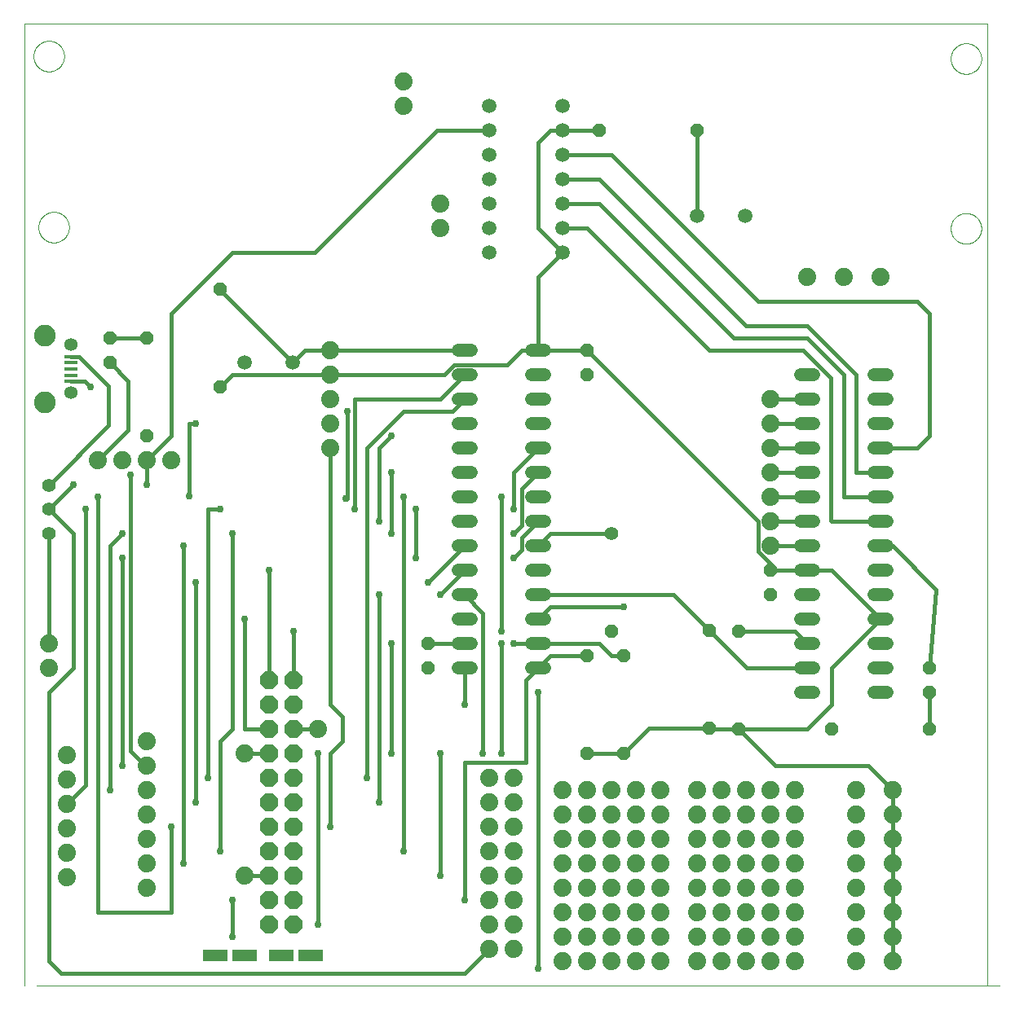
<source format=gtl>
G75*
%MOIN*%
%OFA0B0*%
%FSLAX25Y25*%
%IPPOS*%
%LPD*%
%AMOC8*
5,1,8,0,0,1.08239X$1,22.5*
%
%ADD10C,0.00000*%
%ADD11C,0.05200*%
%ADD12R,0.05315X0.01575*%
%ADD13C,0.05346*%
%ADD14C,0.08858*%
%ADD15C,0.07400*%
%ADD16C,0.05543*%
%ADD17OC8,0.05200*%
%ADD18C,0.05937*%
%ADD19C,0.05600*%
%ADD20OC8,0.05600*%
%ADD21OC8,0.07400*%
%ADD22R,0.10000X0.05000*%
%ADD23C,0.01600*%
%ADD24C,0.02978*%
D10*
X0092923Y0001800D02*
X0092923Y0395501D01*
X0486624Y0395501D01*
X0486624Y0001800D01*
X0491624Y0001800D02*
X0097923Y0001800D01*
X0098673Y0312300D02*
X0098675Y0312458D01*
X0098681Y0312615D01*
X0098691Y0312773D01*
X0098705Y0312930D01*
X0098723Y0313086D01*
X0098744Y0313243D01*
X0098770Y0313398D01*
X0098800Y0313553D01*
X0098833Y0313707D01*
X0098871Y0313860D01*
X0098912Y0314013D01*
X0098957Y0314164D01*
X0099006Y0314314D01*
X0099059Y0314462D01*
X0099115Y0314610D01*
X0099176Y0314755D01*
X0099239Y0314900D01*
X0099307Y0315042D01*
X0099378Y0315183D01*
X0099452Y0315322D01*
X0099530Y0315459D01*
X0099612Y0315594D01*
X0099696Y0315727D01*
X0099785Y0315858D01*
X0099876Y0315986D01*
X0099971Y0316113D01*
X0100068Y0316236D01*
X0100169Y0316358D01*
X0100273Y0316476D01*
X0100380Y0316592D01*
X0100490Y0316705D01*
X0100602Y0316816D01*
X0100718Y0316923D01*
X0100836Y0317028D01*
X0100956Y0317130D01*
X0101079Y0317228D01*
X0101205Y0317324D01*
X0101333Y0317416D01*
X0101463Y0317505D01*
X0101595Y0317591D01*
X0101730Y0317673D01*
X0101867Y0317752D01*
X0102005Y0317827D01*
X0102145Y0317899D01*
X0102288Y0317967D01*
X0102431Y0318032D01*
X0102577Y0318093D01*
X0102724Y0318150D01*
X0102872Y0318204D01*
X0103022Y0318254D01*
X0103172Y0318300D01*
X0103324Y0318342D01*
X0103477Y0318381D01*
X0103631Y0318415D01*
X0103786Y0318446D01*
X0103941Y0318472D01*
X0104097Y0318495D01*
X0104254Y0318514D01*
X0104411Y0318529D01*
X0104568Y0318540D01*
X0104726Y0318547D01*
X0104884Y0318550D01*
X0105041Y0318549D01*
X0105199Y0318544D01*
X0105356Y0318535D01*
X0105514Y0318522D01*
X0105670Y0318505D01*
X0105827Y0318484D01*
X0105982Y0318460D01*
X0106137Y0318431D01*
X0106292Y0318398D01*
X0106445Y0318362D01*
X0106598Y0318321D01*
X0106749Y0318277D01*
X0106899Y0318229D01*
X0107048Y0318178D01*
X0107196Y0318122D01*
X0107342Y0318063D01*
X0107487Y0318000D01*
X0107630Y0317933D01*
X0107771Y0317863D01*
X0107910Y0317790D01*
X0108048Y0317713D01*
X0108184Y0317632D01*
X0108317Y0317548D01*
X0108448Y0317461D01*
X0108577Y0317370D01*
X0108704Y0317276D01*
X0108829Y0317179D01*
X0108950Y0317079D01*
X0109070Y0316976D01*
X0109186Y0316870D01*
X0109300Y0316761D01*
X0109412Y0316649D01*
X0109520Y0316535D01*
X0109625Y0316417D01*
X0109728Y0316297D01*
X0109827Y0316175D01*
X0109923Y0316050D01*
X0110016Y0315922D01*
X0110106Y0315793D01*
X0110192Y0315661D01*
X0110276Y0315527D01*
X0110355Y0315391D01*
X0110432Y0315253D01*
X0110504Y0315113D01*
X0110573Y0314971D01*
X0110639Y0314828D01*
X0110701Y0314683D01*
X0110759Y0314536D01*
X0110814Y0314388D01*
X0110865Y0314239D01*
X0110912Y0314088D01*
X0110955Y0313937D01*
X0110994Y0313784D01*
X0111030Y0313630D01*
X0111061Y0313476D01*
X0111089Y0313321D01*
X0111113Y0313165D01*
X0111133Y0313008D01*
X0111149Y0312851D01*
X0111161Y0312694D01*
X0111169Y0312537D01*
X0111173Y0312379D01*
X0111173Y0312221D01*
X0111169Y0312063D01*
X0111161Y0311906D01*
X0111149Y0311749D01*
X0111133Y0311592D01*
X0111113Y0311435D01*
X0111089Y0311279D01*
X0111061Y0311124D01*
X0111030Y0310970D01*
X0110994Y0310816D01*
X0110955Y0310663D01*
X0110912Y0310512D01*
X0110865Y0310361D01*
X0110814Y0310212D01*
X0110759Y0310064D01*
X0110701Y0309917D01*
X0110639Y0309772D01*
X0110573Y0309629D01*
X0110504Y0309487D01*
X0110432Y0309347D01*
X0110355Y0309209D01*
X0110276Y0309073D01*
X0110192Y0308939D01*
X0110106Y0308807D01*
X0110016Y0308678D01*
X0109923Y0308550D01*
X0109827Y0308425D01*
X0109728Y0308303D01*
X0109625Y0308183D01*
X0109520Y0308065D01*
X0109412Y0307951D01*
X0109300Y0307839D01*
X0109186Y0307730D01*
X0109070Y0307624D01*
X0108950Y0307521D01*
X0108829Y0307421D01*
X0108704Y0307324D01*
X0108577Y0307230D01*
X0108448Y0307139D01*
X0108317Y0307052D01*
X0108184Y0306968D01*
X0108048Y0306887D01*
X0107910Y0306810D01*
X0107771Y0306737D01*
X0107630Y0306667D01*
X0107487Y0306600D01*
X0107342Y0306537D01*
X0107196Y0306478D01*
X0107048Y0306422D01*
X0106899Y0306371D01*
X0106749Y0306323D01*
X0106598Y0306279D01*
X0106445Y0306238D01*
X0106292Y0306202D01*
X0106137Y0306169D01*
X0105982Y0306140D01*
X0105827Y0306116D01*
X0105670Y0306095D01*
X0105514Y0306078D01*
X0105356Y0306065D01*
X0105199Y0306056D01*
X0105041Y0306051D01*
X0104884Y0306050D01*
X0104726Y0306053D01*
X0104568Y0306060D01*
X0104411Y0306071D01*
X0104254Y0306086D01*
X0104097Y0306105D01*
X0103941Y0306128D01*
X0103786Y0306154D01*
X0103631Y0306185D01*
X0103477Y0306219D01*
X0103324Y0306258D01*
X0103172Y0306300D01*
X0103022Y0306346D01*
X0102872Y0306396D01*
X0102724Y0306450D01*
X0102577Y0306507D01*
X0102431Y0306568D01*
X0102288Y0306633D01*
X0102145Y0306701D01*
X0102005Y0306773D01*
X0101867Y0306848D01*
X0101730Y0306927D01*
X0101595Y0307009D01*
X0101463Y0307095D01*
X0101333Y0307184D01*
X0101205Y0307276D01*
X0101079Y0307372D01*
X0100956Y0307470D01*
X0100836Y0307572D01*
X0100718Y0307677D01*
X0100602Y0307784D01*
X0100490Y0307895D01*
X0100380Y0308008D01*
X0100273Y0308124D01*
X0100169Y0308242D01*
X0100068Y0308364D01*
X0099971Y0308487D01*
X0099876Y0308614D01*
X0099785Y0308742D01*
X0099696Y0308873D01*
X0099612Y0309006D01*
X0099530Y0309141D01*
X0099452Y0309278D01*
X0099378Y0309417D01*
X0099307Y0309558D01*
X0099239Y0309700D01*
X0099176Y0309845D01*
X0099115Y0309990D01*
X0099059Y0310138D01*
X0099006Y0310286D01*
X0098957Y0310436D01*
X0098912Y0310587D01*
X0098871Y0310740D01*
X0098833Y0310893D01*
X0098800Y0311047D01*
X0098770Y0311202D01*
X0098744Y0311357D01*
X0098723Y0311514D01*
X0098705Y0311670D01*
X0098691Y0311827D01*
X0098681Y0311985D01*
X0098675Y0312142D01*
X0098673Y0312300D01*
X0096673Y0382300D02*
X0096675Y0382458D01*
X0096681Y0382615D01*
X0096691Y0382773D01*
X0096705Y0382930D01*
X0096723Y0383086D01*
X0096744Y0383243D01*
X0096770Y0383398D01*
X0096800Y0383553D01*
X0096833Y0383707D01*
X0096871Y0383860D01*
X0096912Y0384013D01*
X0096957Y0384164D01*
X0097006Y0384314D01*
X0097059Y0384462D01*
X0097115Y0384610D01*
X0097176Y0384755D01*
X0097239Y0384900D01*
X0097307Y0385042D01*
X0097378Y0385183D01*
X0097452Y0385322D01*
X0097530Y0385459D01*
X0097612Y0385594D01*
X0097696Y0385727D01*
X0097785Y0385858D01*
X0097876Y0385986D01*
X0097971Y0386113D01*
X0098068Y0386236D01*
X0098169Y0386358D01*
X0098273Y0386476D01*
X0098380Y0386592D01*
X0098490Y0386705D01*
X0098602Y0386816D01*
X0098718Y0386923D01*
X0098836Y0387028D01*
X0098956Y0387130D01*
X0099079Y0387228D01*
X0099205Y0387324D01*
X0099333Y0387416D01*
X0099463Y0387505D01*
X0099595Y0387591D01*
X0099730Y0387673D01*
X0099867Y0387752D01*
X0100005Y0387827D01*
X0100145Y0387899D01*
X0100288Y0387967D01*
X0100431Y0388032D01*
X0100577Y0388093D01*
X0100724Y0388150D01*
X0100872Y0388204D01*
X0101022Y0388254D01*
X0101172Y0388300D01*
X0101324Y0388342D01*
X0101477Y0388381D01*
X0101631Y0388415D01*
X0101786Y0388446D01*
X0101941Y0388472D01*
X0102097Y0388495D01*
X0102254Y0388514D01*
X0102411Y0388529D01*
X0102568Y0388540D01*
X0102726Y0388547D01*
X0102884Y0388550D01*
X0103041Y0388549D01*
X0103199Y0388544D01*
X0103356Y0388535D01*
X0103514Y0388522D01*
X0103670Y0388505D01*
X0103827Y0388484D01*
X0103982Y0388460D01*
X0104137Y0388431D01*
X0104292Y0388398D01*
X0104445Y0388362D01*
X0104598Y0388321D01*
X0104749Y0388277D01*
X0104899Y0388229D01*
X0105048Y0388178D01*
X0105196Y0388122D01*
X0105342Y0388063D01*
X0105487Y0388000D01*
X0105630Y0387933D01*
X0105771Y0387863D01*
X0105910Y0387790D01*
X0106048Y0387713D01*
X0106184Y0387632D01*
X0106317Y0387548D01*
X0106448Y0387461D01*
X0106577Y0387370D01*
X0106704Y0387276D01*
X0106829Y0387179D01*
X0106950Y0387079D01*
X0107070Y0386976D01*
X0107186Y0386870D01*
X0107300Y0386761D01*
X0107412Y0386649D01*
X0107520Y0386535D01*
X0107625Y0386417D01*
X0107728Y0386297D01*
X0107827Y0386175D01*
X0107923Y0386050D01*
X0108016Y0385922D01*
X0108106Y0385793D01*
X0108192Y0385661D01*
X0108276Y0385527D01*
X0108355Y0385391D01*
X0108432Y0385253D01*
X0108504Y0385113D01*
X0108573Y0384971D01*
X0108639Y0384828D01*
X0108701Y0384683D01*
X0108759Y0384536D01*
X0108814Y0384388D01*
X0108865Y0384239D01*
X0108912Y0384088D01*
X0108955Y0383937D01*
X0108994Y0383784D01*
X0109030Y0383630D01*
X0109061Y0383476D01*
X0109089Y0383321D01*
X0109113Y0383165D01*
X0109133Y0383008D01*
X0109149Y0382851D01*
X0109161Y0382694D01*
X0109169Y0382537D01*
X0109173Y0382379D01*
X0109173Y0382221D01*
X0109169Y0382063D01*
X0109161Y0381906D01*
X0109149Y0381749D01*
X0109133Y0381592D01*
X0109113Y0381435D01*
X0109089Y0381279D01*
X0109061Y0381124D01*
X0109030Y0380970D01*
X0108994Y0380816D01*
X0108955Y0380663D01*
X0108912Y0380512D01*
X0108865Y0380361D01*
X0108814Y0380212D01*
X0108759Y0380064D01*
X0108701Y0379917D01*
X0108639Y0379772D01*
X0108573Y0379629D01*
X0108504Y0379487D01*
X0108432Y0379347D01*
X0108355Y0379209D01*
X0108276Y0379073D01*
X0108192Y0378939D01*
X0108106Y0378807D01*
X0108016Y0378678D01*
X0107923Y0378550D01*
X0107827Y0378425D01*
X0107728Y0378303D01*
X0107625Y0378183D01*
X0107520Y0378065D01*
X0107412Y0377951D01*
X0107300Y0377839D01*
X0107186Y0377730D01*
X0107070Y0377624D01*
X0106950Y0377521D01*
X0106829Y0377421D01*
X0106704Y0377324D01*
X0106577Y0377230D01*
X0106448Y0377139D01*
X0106317Y0377052D01*
X0106184Y0376968D01*
X0106048Y0376887D01*
X0105910Y0376810D01*
X0105771Y0376737D01*
X0105630Y0376667D01*
X0105487Y0376600D01*
X0105342Y0376537D01*
X0105196Y0376478D01*
X0105048Y0376422D01*
X0104899Y0376371D01*
X0104749Y0376323D01*
X0104598Y0376279D01*
X0104445Y0376238D01*
X0104292Y0376202D01*
X0104137Y0376169D01*
X0103982Y0376140D01*
X0103827Y0376116D01*
X0103670Y0376095D01*
X0103514Y0376078D01*
X0103356Y0376065D01*
X0103199Y0376056D01*
X0103041Y0376051D01*
X0102884Y0376050D01*
X0102726Y0376053D01*
X0102568Y0376060D01*
X0102411Y0376071D01*
X0102254Y0376086D01*
X0102097Y0376105D01*
X0101941Y0376128D01*
X0101786Y0376154D01*
X0101631Y0376185D01*
X0101477Y0376219D01*
X0101324Y0376258D01*
X0101172Y0376300D01*
X0101022Y0376346D01*
X0100872Y0376396D01*
X0100724Y0376450D01*
X0100577Y0376507D01*
X0100431Y0376568D01*
X0100288Y0376633D01*
X0100145Y0376701D01*
X0100005Y0376773D01*
X0099867Y0376848D01*
X0099730Y0376927D01*
X0099595Y0377009D01*
X0099463Y0377095D01*
X0099333Y0377184D01*
X0099205Y0377276D01*
X0099079Y0377372D01*
X0098956Y0377470D01*
X0098836Y0377572D01*
X0098718Y0377677D01*
X0098602Y0377784D01*
X0098490Y0377895D01*
X0098380Y0378008D01*
X0098273Y0378124D01*
X0098169Y0378242D01*
X0098068Y0378364D01*
X0097971Y0378487D01*
X0097876Y0378614D01*
X0097785Y0378742D01*
X0097696Y0378873D01*
X0097612Y0379006D01*
X0097530Y0379141D01*
X0097452Y0379278D01*
X0097378Y0379417D01*
X0097307Y0379558D01*
X0097239Y0379700D01*
X0097176Y0379845D01*
X0097115Y0379990D01*
X0097059Y0380138D01*
X0097006Y0380286D01*
X0096957Y0380436D01*
X0096912Y0380587D01*
X0096871Y0380740D01*
X0096833Y0380893D01*
X0096800Y0381047D01*
X0096770Y0381202D01*
X0096744Y0381357D01*
X0096723Y0381514D01*
X0096705Y0381670D01*
X0096691Y0381827D01*
X0096681Y0381985D01*
X0096675Y0382142D01*
X0096673Y0382300D01*
X0471673Y0381300D02*
X0471675Y0381458D01*
X0471681Y0381615D01*
X0471691Y0381773D01*
X0471705Y0381930D01*
X0471723Y0382086D01*
X0471744Y0382243D01*
X0471770Y0382398D01*
X0471800Y0382553D01*
X0471833Y0382707D01*
X0471871Y0382860D01*
X0471912Y0383013D01*
X0471957Y0383164D01*
X0472006Y0383314D01*
X0472059Y0383462D01*
X0472115Y0383610D01*
X0472176Y0383755D01*
X0472239Y0383900D01*
X0472307Y0384042D01*
X0472378Y0384183D01*
X0472452Y0384322D01*
X0472530Y0384459D01*
X0472612Y0384594D01*
X0472696Y0384727D01*
X0472785Y0384858D01*
X0472876Y0384986D01*
X0472971Y0385113D01*
X0473068Y0385236D01*
X0473169Y0385358D01*
X0473273Y0385476D01*
X0473380Y0385592D01*
X0473490Y0385705D01*
X0473602Y0385816D01*
X0473718Y0385923D01*
X0473836Y0386028D01*
X0473956Y0386130D01*
X0474079Y0386228D01*
X0474205Y0386324D01*
X0474333Y0386416D01*
X0474463Y0386505D01*
X0474595Y0386591D01*
X0474730Y0386673D01*
X0474867Y0386752D01*
X0475005Y0386827D01*
X0475145Y0386899D01*
X0475288Y0386967D01*
X0475431Y0387032D01*
X0475577Y0387093D01*
X0475724Y0387150D01*
X0475872Y0387204D01*
X0476022Y0387254D01*
X0476172Y0387300D01*
X0476324Y0387342D01*
X0476477Y0387381D01*
X0476631Y0387415D01*
X0476786Y0387446D01*
X0476941Y0387472D01*
X0477097Y0387495D01*
X0477254Y0387514D01*
X0477411Y0387529D01*
X0477568Y0387540D01*
X0477726Y0387547D01*
X0477884Y0387550D01*
X0478041Y0387549D01*
X0478199Y0387544D01*
X0478356Y0387535D01*
X0478514Y0387522D01*
X0478670Y0387505D01*
X0478827Y0387484D01*
X0478982Y0387460D01*
X0479137Y0387431D01*
X0479292Y0387398D01*
X0479445Y0387362D01*
X0479598Y0387321D01*
X0479749Y0387277D01*
X0479899Y0387229D01*
X0480048Y0387178D01*
X0480196Y0387122D01*
X0480342Y0387063D01*
X0480487Y0387000D01*
X0480630Y0386933D01*
X0480771Y0386863D01*
X0480910Y0386790D01*
X0481048Y0386713D01*
X0481184Y0386632D01*
X0481317Y0386548D01*
X0481448Y0386461D01*
X0481577Y0386370D01*
X0481704Y0386276D01*
X0481829Y0386179D01*
X0481950Y0386079D01*
X0482070Y0385976D01*
X0482186Y0385870D01*
X0482300Y0385761D01*
X0482412Y0385649D01*
X0482520Y0385535D01*
X0482625Y0385417D01*
X0482728Y0385297D01*
X0482827Y0385175D01*
X0482923Y0385050D01*
X0483016Y0384922D01*
X0483106Y0384793D01*
X0483192Y0384661D01*
X0483276Y0384527D01*
X0483355Y0384391D01*
X0483432Y0384253D01*
X0483504Y0384113D01*
X0483573Y0383971D01*
X0483639Y0383828D01*
X0483701Y0383683D01*
X0483759Y0383536D01*
X0483814Y0383388D01*
X0483865Y0383239D01*
X0483912Y0383088D01*
X0483955Y0382937D01*
X0483994Y0382784D01*
X0484030Y0382630D01*
X0484061Y0382476D01*
X0484089Y0382321D01*
X0484113Y0382165D01*
X0484133Y0382008D01*
X0484149Y0381851D01*
X0484161Y0381694D01*
X0484169Y0381537D01*
X0484173Y0381379D01*
X0484173Y0381221D01*
X0484169Y0381063D01*
X0484161Y0380906D01*
X0484149Y0380749D01*
X0484133Y0380592D01*
X0484113Y0380435D01*
X0484089Y0380279D01*
X0484061Y0380124D01*
X0484030Y0379970D01*
X0483994Y0379816D01*
X0483955Y0379663D01*
X0483912Y0379512D01*
X0483865Y0379361D01*
X0483814Y0379212D01*
X0483759Y0379064D01*
X0483701Y0378917D01*
X0483639Y0378772D01*
X0483573Y0378629D01*
X0483504Y0378487D01*
X0483432Y0378347D01*
X0483355Y0378209D01*
X0483276Y0378073D01*
X0483192Y0377939D01*
X0483106Y0377807D01*
X0483016Y0377678D01*
X0482923Y0377550D01*
X0482827Y0377425D01*
X0482728Y0377303D01*
X0482625Y0377183D01*
X0482520Y0377065D01*
X0482412Y0376951D01*
X0482300Y0376839D01*
X0482186Y0376730D01*
X0482070Y0376624D01*
X0481950Y0376521D01*
X0481829Y0376421D01*
X0481704Y0376324D01*
X0481577Y0376230D01*
X0481448Y0376139D01*
X0481317Y0376052D01*
X0481184Y0375968D01*
X0481048Y0375887D01*
X0480910Y0375810D01*
X0480771Y0375737D01*
X0480630Y0375667D01*
X0480487Y0375600D01*
X0480342Y0375537D01*
X0480196Y0375478D01*
X0480048Y0375422D01*
X0479899Y0375371D01*
X0479749Y0375323D01*
X0479598Y0375279D01*
X0479445Y0375238D01*
X0479292Y0375202D01*
X0479137Y0375169D01*
X0478982Y0375140D01*
X0478827Y0375116D01*
X0478670Y0375095D01*
X0478514Y0375078D01*
X0478356Y0375065D01*
X0478199Y0375056D01*
X0478041Y0375051D01*
X0477884Y0375050D01*
X0477726Y0375053D01*
X0477568Y0375060D01*
X0477411Y0375071D01*
X0477254Y0375086D01*
X0477097Y0375105D01*
X0476941Y0375128D01*
X0476786Y0375154D01*
X0476631Y0375185D01*
X0476477Y0375219D01*
X0476324Y0375258D01*
X0476172Y0375300D01*
X0476022Y0375346D01*
X0475872Y0375396D01*
X0475724Y0375450D01*
X0475577Y0375507D01*
X0475431Y0375568D01*
X0475288Y0375633D01*
X0475145Y0375701D01*
X0475005Y0375773D01*
X0474867Y0375848D01*
X0474730Y0375927D01*
X0474595Y0376009D01*
X0474463Y0376095D01*
X0474333Y0376184D01*
X0474205Y0376276D01*
X0474079Y0376372D01*
X0473956Y0376470D01*
X0473836Y0376572D01*
X0473718Y0376677D01*
X0473602Y0376784D01*
X0473490Y0376895D01*
X0473380Y0377008D01*
X0473273Y0377124D01*
X0473169Y0377242D01*
X0473068Y0377364D01*
X0472971Y0377487D01*
X0472876Y0377614D01*
X0472785Y0377742D01*
X0472696Y0377873D01*
X0472612Y0378006D01*
X0472530Y0378141D01*
X0472452Y0378278D01*
X0472378Y0378417D01*
X0472307Y0378558D01*
X0472239Y0378700D01*
X0472176Y0378845D01*
X0472115Y0378990D01*
X0472059Y0379138D01*
X0472006Y0379286D01*
X0471957Y0379436D01*
X0471912Y0379587D01*
X0471871Y0379740D01*
X0471833Y0379893D01*
X0471800Y0380047D01*
X0471770Y0380202D01*
X0471744Y0380357D01*
X0471723Y0380514D01*
X0471705Y0380670D01*
X0471691Y0380827D01*
X0471681Y0380985D01*
X0471675Y0381142D01*
X0471673Y0381300D01*
X0471673Y0311800D02*
X0471675Y0311958D01*
X0471681Y0312115D01*
X0471691Y0312273D01*
X0471705Y0312430D01*
X0471723Y0312586D01*
X0471744Y0312743D01*
X0471770Y0312898D01*
X0471800Y0313053D01*
X0471833Y0313207D01*
X0471871Y0313360D01*
X0471912Y0313513D01*
X0471957Y0313664D01*
X0472006Y0313814D01*
X0472059Y0313962D01*
X0472115Y0314110D01*
X0472176Y0314255D01*
X0472239Y0314400D01*
X0472307Y0314542D01*
X0472378Y0314683D01*
X0472452Y0314822D01*
X0472530Y0314959D01*
X0472612Y0315094D01*
X0472696Y0315227D01*
X0472785Y0315358D01*
X0472876Y0315486D01*
X0472971Y0315613D01*
X0473068Y0315736D01*
X0473169Y0315858D01*
X0473273Y0315976D01*
X0473380Y0316092D01*
X0473490Y0316205D01*
X0473602Y0316316D01*
X0473718Y0316423D01*
X0473836Y0316528D01*
X0473956Y0316630D01*
X0474079Y0316728D01*
X0474205Y0316824D01*
X0474333Y0316916D01*
X0474463Y0317005D01*
X0474595Y0317091D01*
X0474730Y0317173D01*
X0474867Y0317252D01*
X0475005Y0317327D01*
X0475145Y0317399D01*
X0475288Y0317467D01*
X0475431Y0317532D01*
X0475577Y0317593D01*
X0475724Y0317650D01*
X0475872Y0317704D01*
X0476022Y0317754D01*
X0476172Y0317800D01*
X0476324Y0317842D01*
X0476477Y0317881D01*
X0476631Y0317915D01*
X0476786Y0317946D01*
X0476941Y0317972D01*
X0477097Y0317995D01*
X0477254Y0318014D01*
X0477411Y0318029D01*
X0477568Y0318040D01*
X0477726Y0318047D01*
X0477884Y0318050D01*
X0478041Y0318049D01*
X0478199Y0318044D01*
X0478356Y0318035D01*
X0478514Y0318022D01*
X0478670Y0318005D01*
X0478827Y0317984D01*
X0478982Y0317960D01*
X0479137Y0317931D01*
X0479292Y0317898D01*
X0479445Y0317862D01*
X0479598Y0317821D01*
X0479749Y0317777D01*
X0479899Y0317729D01*
X0480048Y0317678D01*
X0480196Y0317622D01*
X0480342Y0317563D01*
X0480487Y0317500D01*
X0480630Y0317433D01*
X0480771Y0317363D01*
X0480910Y0317290D01*
X0481048Y0317213D01*
X0481184Y0317132D01*
X0481317Y0317048D01*
X0481448Y0316961D01*
X0481577Y0316870D01*
X0481704Y0316776D01*
X0481829Y0316679D01*
X0481950Y0316579D01*
X0482070Y0316476D01*
X0482186Y0316370D01*
X0482300Y0316261D01*
X0482412Y0316149D01*
X0482520Y0316035D01*
X0482625Y0315917D01*
X0482728Y0315797D01*
X0482827Y0315675D01*
X0482923Y0315550D01*
X0483016Y0315422D01*
X0483106Y0315293D01*
X0483192Y0315161D01*
X0483276Y0315027D01*
X0483355Y0314891D01*
X0483432Y0314753D01*
X0483504Y0314613D01*
X0483573Y0314471D01*
X0483639Y0314328D01*
X0483701Y0314183D01*
X0483759Y0314036D01*
X0483814Y0313888D01*
X0483865Y0313739D01*
X0483912Y0313588D01*
X0483955Y0313437D01*
X0483994Y0313284D01*
X0484030Y0313130D01*
X0484061Y0312976D01*
X0484089Y0312821D01*
X0484113Y0312665D01*
X0484133Y0312508D01*
X0484149Y0312351D01*
X0484161Y0312194D01*
X0484169Y0312037D01*
X0484173Y0311879D01*
X0484173Y0311721D01*
X0484169Y0311563D01*
X0484161Y0311406D01*
X0484149Y0311249D01*
X0484133Y0311092D01*
X0484113Y0310935D01*
X0484089Y0310779D01*
X0484061Y0310624D01*
X0484030Y0310470D01*
X0483994Y0310316D01*
X0483955Y0310163D01*
X0483912Y0310012D01*
X0483865Y0309861D01*
X0483814Y0309712D01*
X0483759Y0309564D01*
X0483701Y0309417D01*
X0483639Y0309272D01*
X0483573Y0309129D01*
X0483504Y0308987D01*
X0483432Y0308847D01*
X0483355Y0308709D01*
X0483276Y0308573D01*
X0483192Y0308439D01*
X0483106Y0308307D01*
X0483016Y0308178D01*
X0482923Y0308050D01*
X0482827Y0307925D01*
X0482728Y0307803D01*
X0482625Y0307683D01*
X0482520Y0307565D01*
X0482412Y0307451D01*
X0482300Y0307339D01*
X0482186Y0307230D01*
X0482070Y0307124D01*
X0481950Y0307021D01*
X0481829Y0306921D01*
X0481704Y0306824D01*
X0481577Y0306730D01*
X0481448Y0306639D01*
X0481317Y0306552D01*
X0481184Y0306468D01*
X0481048Y0306387D01*
X0480910Y0306310D01*
X0480771Y0306237D01*
X0480630Y0306167D01*
X0480487Y0306100D01*
X0480342Y0306037D01*
X0480196Y0305978D01*
X0480048Y0305922D01*
X0479899Y0305871D01*
X0479749Y0305823D01*
X0479598Y0305779D01*
X0479445Y0305738D01*
X0479292Y0305702D01*
X0479137Y0305669D01*
X0478982Y0305640D01*
X0478827Y0305616D01*
X0478670Y0305595D01*
X0478514Y0305578D01*
X0478356Y0305565D01*
X0478199Y0305556D01*
X0478041Y0305551D01*
X0477884Y0305550D01*
X0477726Y0305553D01*
X0477568Y0305560D01*
X0477411Y0305571D01*
X0477254Y0305586D01*
X0477097Y0305605D01*
X0476941Y0305628D01*
X0476786Y0305654D01*
X0476631Y0305685D01*
X0476477Y0305719D01*
X0476324Y0305758D01*
X0476172Y0305800D01*
X0476022Y0305846D01*
X0475872Y0305896D01*
X0475724Y0305950D01*
X0475577Y0306007D01*
X0475431Y0306068D01*
X0475288Y0306133D01*
X0475145Y0306201D01*
X0475005Y0306273D01*
X0474867Y0306348D01*
X0474730Y0306427D01*
X0474595Y0306509D01*
X0474463Y0306595D01*
X0474333Y0306684D01*
X0474205Y0306776D01*
X0474079Y0306872D01*
X0473956Y0306970D01*
X0473836Y0307072D01*
X0473718Y0307177D01*
X0473602Y0307284D01*
X0473490Y0307395D01*
X0473380Y0307508D01*
X0473273Y0307624D01*
X0473169Y0307742D01*
X0473068Y0307864D01*
X0472971Y0307987D01*
X0472876Y0308114D01*
X0472785Y0308242D01*
X0472696Y0308373D01*
X0472612Y0308506D01*
X0472530Y0308641D01*
X0472452Y0308778D01*
X0472378Y0308917D01*
X0472307Y0309058D01*
X0472239Y0309200D01*
X0472176Y0309345D01*
X0472115Y0309490D01*
X0472059Y0309638D01*
X0472006Y0309786D01*
X0471957Y0309936D01*
X0471912Y0310087D01*
X0471871Y0310240D01*
X0471833Y0310393D01*
X0471800Y0310547D01*
X0471770Y0310702D01*
X0471744Y0310857D01*
X0471723Y0311014D01*
X0471705Y0311170D01*
X0471691Y0311327D01*
X0471681Y0311485D01*
X0471675Y0311642D01*
X0471673Y0311800D01*
D11*
X0445523Y0251800D02*
X0440323Y0251800D01*
X0440323Y0241800D02*
X0445523Y0241800D01*
X0445523Y0231800D02*
X0440323Y0231800D01*
X0440323Y0221800D02*
X0445523Y0221800D01*
X0445523Y0211800D02*
X0440323Y0211800D01*
X0440323Y0201800D02*
X0445523Y0201800D01*
X0445523Y0191800D02*
X0440323Y0191800D01*
X0440323Y0181800D02*
X0445523Y0181800D01*
X0445523Y0171800D02*
X0440323Y0171800D01*
X0440323Y0161800D02*
X0445523Y0161800D01*
X0445523Y0151800D02*
X0440323Y0151800D01*
X0440323Y0141800D02*
X0445523Y0141800D01*
X0445523Y0131800D02*
X0440323Y0131800D01*
X0440323Y0121800D02*
X0445523Y0121800D01*
X0415523Y0121800D02*
X0410323Y0121800D01*
X0410323Y0131800D02*
X0415523Y0131800D01*
X0415523Y0141800D02*
X0410323Y0141800D01*
X0410323Y0151800D02*
X0415523Y0151800D01*
X0415523Y0161800D02*
X0410323Y0161800D01*
X0410323Y0171800D02*
X0415523Y0171800D01*
X0415523Y0181800D02*
X0410323Y0181800D01*
X0410323Y0191800D02*
X0415523Y0191800D01*
X0415523Y0201800D02*
X0410323Y0201800D01*
X0410323Y0211800D02*
X0415523Y0211800D01*
X0415523Y0221800D02*
X0410323Y0221800D01*
X0410323Y0231800D02*
X0415523Y0231800D01*
X0415523Y0241800D02*
X0410323Y0241800D01*
X0410323Y0251800D02*
X0415523Y0251800D01*
X0305523Y0251800D02*
X0300323Y0251800D01*
X0300323Y0241800D02*
X0305523Y0241800D01*
X0305523Y0231800D02*
X0300323Y0231800D01*
X0300323Y0221800D02*
X0305523Y0221800D01*
X0305523Y0211800D02*
X0300323Y0211800D01*
X0300323Y0201800D02*
X0305523Y0201800D01*
X0305523Y0191800D02*
X0300323Y0191800D01*
X0300323Y0181800D02*
X0305523Y0181800D01*
X0305523Y0171800D02*
X0300323Y0171800D01*
X0300323Y0161800D02*
X0305523Y0161800D01*
X0305523Y0151800D02*
X0300323Y0151800D01*
X0300323Y0141800D02*
X0305523Y0141800D01*
X0305523Y0131800D02*
X0300323Y0131800D01*
X0275523Y0131800D02*
X0270323Y0131800D01*
X0270323Y0141800D02*
X0275523Y0141800D01*
X0275523Y0151800D02*
X0270323Y0151800D01*
X0270323Y0161800D02*
X0275523Y0161800D01*
X0275523Y0171800D02*
X0270323Y0171800D01*
X0270323Y0181800D02*
X0275523Y0181800D01*
X0275523Y0191800D02*
X0270323Y0191800D01*
X0270323Y0201800D02*
X0275523Y0201800D01*
X0275523Y0211800D02*
X0270323Y0211800D01*
X0270323Y0221800D02*
X0275523Y0221800D01*
X0275523Y0231800D02*
X0270323Y0231800D01*
X0270323Y0241800D02*
X0275523Y0241800D01*
X0275523Y0251800D02*
X0270323Y0251800D01*
X0270323Y0261800D02*
X0275523Y0261800D01*
X0300323Y0261800D02*
X0305523Y0261800D01*
D12*
X0112053Y0259418D03*
X0112053Y0256859D03*
X0112053Y0254300D03*
X0112053Y0251741D03*
X0112053Y0249182D03*
D13*
X0112053Y0244457D03*
X0112053Y0264143D03*
D14*
X0101423Y0268080D03*
X0101423Y0240520D03*
D15*
X0122923Y0216800D03*
X0132923Y0216800D03*
X0142923Y0216800D03*
X0152923Y0216800D03*
X0217923Y0221800D03*
X0217923Y0231800D03*
X0217923Y0241800D03*
X0217923Y0251800D03*
X0217923Y0261800D03*
X0262923Y0311800D03*
X0262923Y0321800D03*
X0247923Y0361800D03*
X0247923Y0371800D03*
X0412923Y0291800D03*
X0427923Y0291800D03*
X0442923Y0291800D03*
X0397923Y0241800D03*
X0397923Y0231800D03*
X0397923Y0221800D03*
X0397923Y0211800D03*
X0397923Y0201800D03*
X0397923Y0191800D03*
X0397923Y0181800D03*
X0292923Y0086800D03*
X0282923Y0086800D03*
X0282923Y0076800D03*
X0292923Y0076800D03*
X0292923Y0066800D03*
X0282923Y0066800D03*
X0282923Y0056800D03*
X0292923Y0056800D03*
X0292923Y0046800D03*
X0282923Y0046800D03*
X0282923Y0036800D03*
X0292923Y0036800D03*
X0292923Y0026800D03*
X0282923Y0026800D03*
X0282923Y0016800D03*
X0292923Y0016800D03*
X0312923Y0011800D03*
X0322923Y0011800D03*
X0332923Y0011800D03*
X0342923Y0011800D03*
X0352923Y0011800D03*
X0352923Y0021800D03*
X0342923Y0021800D03*
X0332923Y0021800D03*
X0322923Y0021800D03*
X0312923Y0021800D03*
X0312923Y0031800D03*
X0312923Y0041800D03*
X0322923Y0041800D03*
X0322923Y0031800D03*
X0332923Y0031800D03*
X0332923Y0041800D03*
X0342923Y0041800D03*
X0342923Y0031800D03*
X0352923Y0031800D03*
X0352923Y0041800D03*
X0352923Y0051800D03*
X0342923Y0051800D03*
X0332923Y0051800D03*
X0322923Y0051800D03*
X0312923Y0051800D03*
X0312923Y0061800D03*
X0322923Y0061800D03*
X0332923Y0061800D03*
X0342923Y0061800D03*
X0352923Y0061800D03*
X0352923Y0071800D03*
X0342923Y0071800D03*
X0332923Y0071800D03*
X0322923Y0071800D03*
X0312923Y0071800D03*
X0312923Y0081800D03*
X0322923Y0081800D03*
X0332923Y0081800D03*
X0342923Y0081800D03*
X0352923Y0081800D03*
X0367923Y0081800D03*
X0367923Y0071800D03*
X0377923Y0071800D03*
X0377923Y0081800D03*
X0387923Y0081800D03*
X0387923Y0071800D03*
X0397923Y0071800D03*
X0397923Y0081800D03*
X0407923Y0081800D03*
X0407923Y0071800D03*
X0407923Y0061800D03*
X0397923Y0061800D03*
X0387923Y0061800D03*
X0377923Y0061800D03*
X0367923Y0061800D03*
X0367923Y0051800D03*
X0377923Y0051800D03*
X0387923Y0051800D03*
X0397923Y0051800D03*
X0407923Y0051800D03*
X0407923Y0041800D03*
X0397923Y0041800D03*
X0387923Y0041800D03*
X0377923Y0041800D03*
X0367923Y0041800D03*
X0367923Y0031800D03*
X0377923Y0031800D03*
X0387923Y0031800D03*
X0397923Y0031800D03*
X0407923Y0031800D03*
X0407923Y0021800D03*
X0397923Y0021800D03*
X0387923Y0021800D03*
X0377923Y0021800D03*
X0367923Y0021800D03*
X0367923Y0011800D03*
X0377923Y0011800D03*
X0387923Y0011800D03*
X0397923Y0011800D03*
X0407923Y0011800D03*
X0432923Y0011800D03*
X0432923Y0021800D03*
X0432923Y0031800D03*
X0432923Y0041800D03*
X0432923Y0051800D03*
X0432923Y0061800D03*
X0432923Y0071800D03*
X0432923Y0081800D03*
X0447923Y0081800D03*
X0447923Y0071800D03*
X0447923Y0061800D03*
X0447923Y0051800D03*
X0447923Y0041800D03*
X0447923Y0031800D03*
X0447923Y0021800D03*
X0447923Y0011800D03*
X0212923Y0106800D03*
X0182923Y0096800D03*
X0142923Y0091800D03*
X0142923Y0101800D03*
X0142923Y0081800D03*
X0142923Y0071800D03*
X0142923Y0061800D03*
X0142923Y0051800D03*
X0142923Y0041800D03*
X0110423Y0046300D03*
X0110423Y0056300D03*
X0110423Y0066300D03*
X0110423Y0076300D03*
X0110423Y0086300D03*
X0110423Y0096300D03*
X0102923Y0131800D03*
X0102923Y0141800D03*
X0182923Y0046800D03*
D16*
X0102923Y0186957D03*
X0102923Y0196800D03*
X0102923Y0206643D03*
D17*
X0142923Y0226800D03*
X0172923Y0246800D03*
X0142923Y0266800D03*
X0127923Y0266800D03*
X0127923Y0256800D03*
X0172923Y0286800D03*
X0322923Y0261800D03*
X0322923Y0251800D03*
X0397923Y0171800D03*
X0397923Y0161800D03*
X0384923Y0146800D03*
X0372923Y0147300D03*
X0337923Y0136800D03*
X0322923Y0136800D03*
X0322923Y0096800D03*
X0337923Y0096800D03*
X0372923Y0107300D03*
X0384923Y0106800D03*
X0422923Y0106800D03*
X0462923Y0106800D03*
X0462923Y0121800D03*
X0462923Y0131800D03*
X0257923Y0131800D03*
X0257923Y0141800D03*
X0327923Y0351800D03*
X0367923Y0351800D03*
D18*
X0368081Y0316800D03*
X0387766Y0316800D03*
X0312923Y0311800D03*
X0312923Y0301800D03*
X0312923Y0321800D03*
X0312923Y0331800D03*
X0312923Y0341800D03*
X0312923Y0351800D03*
X0312923Y0361800D03*
X0282923Y0361800D03*
X0282923Y0351800D03*
X0282923Y0341800D03*
X0282923Y0331800D03*
X0282923Y0321800D03*
X0282923Y0311800D03*
X0282923Y0301800D03*
X0202766Y0256800D03*
X0183081Y0256800D03*
D19*
X0332923Y0186800D03*
D20*
X0332923Y0146800D03*
D21*
X0202923Y0126800D03*
X0192923Y0126800D03*
X0192923Y0116800D03*
X0202923Y0116800D03*
X0202923Y0106800D03*
X0192923Y0106800D03*
X0192923Y0096800D03*
X0202923Y0096800D03*
X0202923Y0086800D03*
X0192923Y0086800D03*
X0192923Y0076800D03*
X0202923Y0076800D03*
X0202923Y0066800D03*
X0192923Y0066800D03*
X0192923Y0056800D03*
X0202923Y0056800D03*
X0202923Y0046800D03*
X0192923Y0046800D03*
X0192923Y0036800D03*
X0202923Y0036800D03*
X0202923Y0026800D03*
X0192923Y0026800D03*
D22*
X0197923Y0014300D03*
X0209923Y0014300D03*
X0182923Y0014300D03*
X0170923Y0014300D03*
D23*
X0177923Y0021800D02*
X0177923Y0036800D01*
X0182923Y0046800D02*
X0192923Y0046800D01*
X0172923Y0056800D02*
X0172923Y0101800D01*
X0177923Y0106800D01*
X0177923Y0186800D01*
X0172923Y0196800D02*
X0167923Y0196800D01*
X0167923Y0086800D01*
X0162923Y0076800D02*
X0162923Y0166800D01*
X0157923Y0181800D02*
X0157923Y0051800D01*
X0152923Y0066800D02*
X0152923Y0031800D01*
X0122923Y0031800D01*
X0122923Y0201800D01*
X0117923Y0196800D02*
X0117923Y0083800D01*
X0110423Y0076300D01*
X0127923Y0081800D02*
X0127923Y0181800D01*
X0132923Y0186800D01*
X0132923Y0176800D02*
X0132923Y0091800D01*
X0136423Y0097800D02*
X0136423Y0210800D01*
X0142923Y0206800D02*
X0142923Y0216800D01*
X0152923Y0226800D01*
X0152923Y0276800D01*
X0177923Y0301800D01*
X0211745Y0301800D01*
X0261745Y0351800D01*
X0282923Y0351800D01*
X0302923Y0346800D02*
X0307923Y0351800D01*
X0312923Y0351800D01*
X0327923Y0351800D01*
X0332923Y0341800D02*
X0312923Y0341800D01*
X0302923Y0346800D02*
X0302923Y0311800D01*
X0312923Y0301800D01*
X0302923Y0291800D01*
X0302923Y0261800D01*
X0322923Y0261800D01*
X0392823Y0191900D01*
X0392823Y0179687D01*
X0397923Y0174587D01*
X0397923Y0171800D01*
X0412923Y0171800D01*
X0422923Y0171800D01*
X0442923Y0151800D01*
X0422923Y0131800D01*
X0422923Y0116800D01*
X0412923Y0106800D01*
X0384923Y0106800D01*
X0373423Y0106800D01*
X0372923Y0107300D01*
X0348423Y0107300D01*
X0337923Y0096800D01*
X0322923Y0096800D01*
X0297923Y0093300D02*
X0272923Y0093300D01*
X0272923Y0036800D01*
X0262923Y0046800D02*
X0262923Y0096800D01*
X0280423Y0096800D02*
X0280423Y0154300D01*
X0272923Y0161800D01*
X0272923Y0171800D02*
X0262923Y0161800D01*
X0257923Y0166800D02*
X0272923Y0181800D01*
X0252923Y0176800D02*
X0252923Y0196800D01*
X0247923Y0201800D02*
X0247923Y0056800D01*
X0237923Y0076800D02*
X0237923Y0161800D01*
X0242923Y0141800D02*
X0242923Y0096800D01*
X0232923Y0086800D02*
X0232923Y0221800D01*
X0247923Y0236800D01*
X0267923Y0236800D01*
X0272923Y0241800D01*
X0262923Y0241800D02*
X0227923Y0241800D01*
X0227923Y0196800D01*
X0225034Y0201300D02*
X0224423Y0201300D01*
X0225034Y0201300D02*
X0225034Y0236800D01*
X0217923Y0221800D02*
X0217923Y0116800D01*
X0222923Y0111800D01*
X0222923Y0101800D01*
X0217923Y0096800D01*
X0217923Y0066800D01*
X0212923Y0096800D02*
X0212923Y0026800D01*
X0272923Y0006800D02*
X0282923Y0016800D01*
X0272923Y0006800D02*
X0107923Y0006800D01*
X0102923Y0011800D01*
X0102923Y0121800D01*
X0112923Y0131800D01*
X0112923Y0186800D01*
X0102923Y0196800D01*
X0112923Y0206800D01*
X0102923Y0206643D02*
X0127423Y0231143D01*
X0127423Y0247300D01*
X0115305Y0259418D01*
X0112053Y0259418D01*
X0112053Y0249182D02*
X0117541Y0249182D01*
X0119923Y0246800D01*
X0127923Y0256800D02*
X0135423Y0249300D01*
X0135423Y0229300D01*
X0122923Y0216800D01*
X0102923Y0186957D02*
X0102923Y0141800D01*
X0136423Y0097800D02*
X0142423Y0091800D01*
X0142923Y0091800D01*
X0182923Y0096800D02*
X0192923Y0096800D01*
X0192923Y0106800D02*
X0182923Y0106800D01*
X0182923Y0151800D01*
X0202923Y0146800D02*
X0202923Y0126800D01*
X0192923Y0126800D02*
X0192923Y0171800D01*
X0160423Y0202300D02*
X0160423Y0231800D01*
X0162923Y0231800D01*
X0172923Y0246800D02*
X0177923Y0251800D01*
X0217923Y0251800D01*
X0264666Y0251800D01*
X0268666Y0255800D01*
X0290180Y0255800D01*
X0296180Y0261800D01*
X0302923Y0261800D01*
X0272923Y0261800D02*
X0217923Y0261800D01*
X0207766Y0261800D01*
X0202766Y0256800D01*
X0172923Y0286643D01*
X0172923Y0286800D01*
X0142923Y0266800D02*
X0127923Y0266800D01*
X0237923Y0221800D02*
X0237923Y0191800D01*
X0242923Y0186800D02*
X0242923Y0211800D01*
X0237923Y0221800D02*
X0242923Y0226800D01*
X0262923Y0241800D02*
X0272923Y0251800D01*
X0302923Y0221800D02*
X0292923Y0211800D01*
X0292923Y0196800D01*
X0287923Y0201800D02*
X0287923Y0146800D01*
X0287923Y0141800D02*
X0287923Y0096800D01*
X0297923Y0093300D02*
X0297923Y0126800D01*
X0302923Y0131800D01*
X0307923Y0136800D01*
X0322923Y0136800D01*
X0327923Y0141800D02*
X0302923Y0141800D01*
X0292923Y0141800D01*
X0302923Y0151800D02*
X0307923Y0156800D01*
X0337923Y0156800D01*
X0327923Y0141800D02*
X0332923Y0136800D01*
X0337923Y0136800D01*
X0358423Y0161800D02*
X0302923Y0161800D01*
X0292923Y0176800D02*
X0296323Y0180200D01*
X0296323Y0185200D01*
X0302923Y0191800D01*
X0296323Y0190200D02*
X0292923Y0186800D01*
X0296323Y0190200D02*
X0296323Y0205200D01*
X0302923Y0211800D01*
X0307923Y0186800D02*
X0332923Y0186800D01*
X0307923Y0186800D02*
X0302923Y0181800D01*
X0272923Y0141800D02*
X0257923Y0141800D01*
X0272923Y0131800D02*
X0272923Y0116800D01*
X0302923Y0121800D02*
X0302923Y0008889D01*
X0399923Y0091800D02*
X0384923Y0106800D01*
X0399923Y0091800D02*
X0437923Y0091800D01*
X0447923Y0081800D01*
X0447923Y0071800D01*
X0447923Y0061800D01*
X0447923Y0051800D01*
X0447923Y0041800D01*
X0447923Y0031800D01*
X0447923Y0021800D01*
X0447923Y0011800D01*
X0462923Y0106800D02*
X0462923Y0121800D01*
X0462923Y0131800D02*
X0465616Y0164108D01*
X0447923Y0181800D01*
X0442923Y0181800D01*
X0442923Y0191800D02*
X0422923Y0191800D01*
X0422523Y0192200D01*
X0422523Y0250457D01*
X0411180Y0261800D01*
X0372923Y0261800D01*
X0322923Y0311800D01*
X0312923Y0311800D01*
X0312923Y0321800D02*
X0327923Y0321800D01*
X0382923Y0266800D01*
X0412923Y0266800D01*
X0427923Y0251800D01*
X0427923Y0201800D01*
X0442923Y0201800D01*
X0442923Y0211800D02*
X0432923Y0211800D01*
X0432923Y0251800D01*
X0412923Y0271800D01*
X0387923Y0271800D01*
X0327923Y0331800D01*
X0312923Y0331800D01*
X0332923Y0341800D02*
X0392923Y0281800D01*
X0457923Y0281800D01*
X0462923Y0276800D01*
X0462923Y0226800D01*
X0457923Y0221800D01*
X0442923Y0221800D01*
X0412923Y0221800D02*
X0397923Y0221800D01*
X0397923Y0211800D02*
X0412923Y0211800D01*
X0412923Y0201800D02*
X0397923Y0201800D01*
X0397923Y0191800D02*
X0412923Y0191800D01*
X0412923Y0181800D02*
X0397923Y0181800D01*
X0407923Y0146800D02*
X0384923Y0146800D01*
X0372923Y0147300D02*
X0358423Y0161800D01*
X0372923Y0147300D02*
X0388423Y0131800D01*
X0412923Y0131800D01*
X0412923Y0141800D02*
X0407923Y0146800D01*
X0412923Y0231800D02*
X0397923Y0231800D01*
X0397923Y0241800D02*
X0412923Y0241800D01*
X0368081Y0316800D02*
X0367923Y0316957D01*
X0367923Y0351800D01*
X0212923Y0106800D02*
X0202923Y0106800D01*
D24*
X0212923Y0096800D03*
X0232923Y0086800D03*
X0237923Y0076800D03*
X0217923Y0066800D03*
X0247923Y0056800D03*
X0262923Y0046800D03*
X0272923Y0036800D03*
X0302923Y0008889D03*
X0212923Y0026800D03*
X0177923Y0021800D03*
X0177923Y0036800D03*
X0157923Y0051800D03*
X0152923Y0066800D03*
X0162923Y0076800D03*
X0167923Y0086800D03*
X0172923Y0056800D03*
X0132923Y0091800D03*
X0127923Y0081800D03*
X0202923Y0146800D03*
X0182923Y0151800D03*
X0162923Y0166800D03*
X0157923Y0181800D03*
X0177923Y0186800D03*
X0172923Y0196800D03*
X0160423Y0202300D03*
X0142923Y0206800D03*
X0136423Y0210800D03*
X0122923Y0201800D03*
X0117923Y0196800D03*
X0112923Y0206800D03*
X0132923Y0186800D03*
X0132923Y0176800D03*
X0192923Y0171800D03*
X0227923Y0196800D03*
X0224423Y0201300D03*
X0237923Y0191800D03*
X0242923Y0186800D03*
X0252923Y0196800D03*
X0247923Y0201800D03*
X0242923Y0211800D03*
X0242923Y0226800D03*
X0225034Y0236800D03*
X0162923Y0231800D03*
X0119923Y0246800D03*
X0237923Y0161800D03*
X0257923Y0166800D03*
X0262923Y0161800D03*
X0252923Y0176800D03*
X0287923Y0201800D03*
X0292923Y0196800D03*
X0292923Y0186800D03*
X0292923Y0176800D03*
X0287923Y0146800D03*
X0287923Y0141800D03*
X0292923Y0141800D03*
X0302923Y0121800D03*
X0287923Y0096800D03*
X0280423Y0096800D03*
X0262923Y0096800D03*
X0242923Y0096800D03*
X0272923Y0116800D03*
X0242923Y0141800D03*
X0337923Y0156800D03*
M02*

</source>
